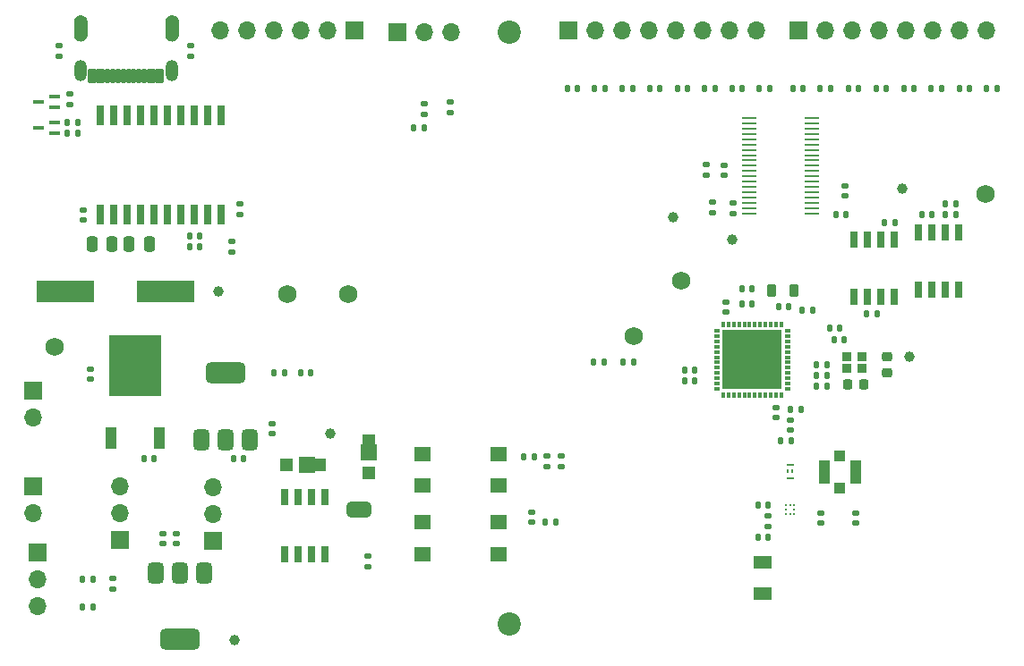
<source format=gts>
%TF.GenerationSoftware,KiCad,Pcbnew,9.0.0-rc3*%
%TF.CreationDate,2025-05-17T15:27:16+02:00*%
%TF.ProjectId,Processing_board,50726f63-6573-4736-996e-675f626f6172,rev?*%
%TF.SameCoordinates,Original*%
%TF.FileFunction,Soldermask,Top*%
%TF.FilePolarity,Negative*%
%FSLAX46Y46*%
G04 Gerber Fmt 4.6, Leading zero omitted, Abs format (unit mm)*
G04 Created by KiCad (PCBNEW 9.0.0-rc3) date 2025-05-17 15:27:16*
%MOMM*%
%LPD*%
G01*
G04 APERTURE LIST*
G04 Aperture macros list*
%AMRoundRect*
0 Rectangle with rounded corners*
0 $1 Rounding radius*
0 $2 $3 $4 $5 $6 $7 $8 $9 X,Y pos of 4 corners*
0 Add a 4 corners polygon primitive as box body*
4,1,4,$2,$3,$4,$5,$6,$7,$8,$9,$2,$3,0*
0 Add four circle primitives for the rounded corners*
1,1,$1+$1,$2,$3*
1,1,$1+$1,$4,$5*
1,1,$1+$1,$6,$7*
1,1,$1+$1,$8,$9*
0 Add four rect primitives between the rounded corners*
20,1,$1+$1,$2,$3,$4,$5,0*
20,1,$1+$1,$4,$5,$6,$7,0*
20,1,$1+$1,$6,$7,$8,$9,0*
20,1,$1+$1,$8,$9,$2,$3,0*%
%AMFreePoly0*
4,1,23,0.500000,-0.750000,0.000000,-0.750000,0.000000,-0.745722,-0.065263,-0.745722,-0.191342,-0.711940,-0.304381,-0.646677,-0.396677,-0.554381,-0.461940,-0.441342,-0.495722,-0.315263,-0.495722,-0.250000,-0.500000,-0.250000,-0.500000,0.250000,-0.495722,0.250000,-0.495722,0.315263,-0.461940,0.441342,-0.396677,0.554381,-0.304381,0.646677,-0.191342,0.711940,-0.065263,0.745722,0.000000,0.745722,
0.000000,0.750000,0.500000,0.750000,0.500000,-0.750000,0.500000,-0.750000,$1*%
%AMFreePoly1*
4,1,23,0.000000,0.745722,0.065263,0.745722,0.191342,0.711940,0.304381,0.646677,0.396677,0.554381,0.461940,0.441342,0.495722,0.315263,0.495722,0.250000,0.500000,0.250000,0.500000,-0.250000,0.495722,-0.250000,0.495722,-0.315263,0.461940,-0.441342,0.396677,-0.554381,0.304381,-0.646677,0.191342,-0.711940,0.065263,-0.745722,0.000000,-0.745722,0.000000,-0.750000,-0.500000,-0.750000,
-0.500000,0.750000,0.000000,0.750000,0.000000,0.745722,0.000000,0.745722,$1*%
G04 Aperture macros list end*
%ADD10C,0.010000*%
%ADD11RoundRect,0.140000X-0.140000X-0.170000X0.140000X-0.170000X0.140000X0.170000X-0.140000X0.170000X0*%
%ADD12R,0.650000X1.528000*%
%ADD13C,1.000000*%
%ADD14RoundRect,0.140000X0.140000X0.170000X-0.140000X0.170000X-0.140000X-0.170000X0.140000X-0.170000X0*%
%ADD15RoundRect,0.140000X0.170000X-0.140000X0.170000X0.140000X-0.170000X0.140000X-0.170000X-0.140000X0*%
%ADD16R,1.700000X1.700000*%
%ADD17O,1.700000X1.700000*%
%ADD18RoundRect,0.135000X0.135000X0.185000X-0.135000X0.185000X-0.135000X-0.185000X0.135000X-0.185000X0*%
%ADD19C,1.734000*%
%ADD20RoundRect,0.135000X0.185000X-0.135000X0.185000X0.135000X-0.185000X0.135000X-0.185000X-0.135000X0*%
%ADD21RoundRect,0.147500X-0.172500X0.147500X-0.172500X-0.147500X0.172500X-0.147500X0.172500X0.147500X0*%
%ADD22RoundRect,0.135000X-0.135000X-0.185000X0.135000X-0.185000X0.135000X0.185000X-0.135000X0.185000X0*%
%ADD23RoundRect,0.375000X-0.375000X0.625000X-0.375000X-0.625000X0.375000X-0.625000X0.375000X0.625000X0*%
%ADD24RoundRect,0.500000X-1.400000X0.500000X-1.400000X-0.500000X1.400000X-0.500000X1.400000X0.500000X0*%
%ADD25R,1.000000X0.400000*%
%ADD26RoundRect,0.225000X0.225000X0.250000X-0.225000X0.250000X-0.225000X-0.250000X0.225000X-0.250000X0*%
%ADD27R,1.404099X0.279400*%
%ADD28R,1.000000X2.100000*%
%ADD29R,4.900000X5.850000*%
%ADD30RoundRect,0.140000X-0.170000X0.140000X-0.170000X-0.140000X0.170000X-0.140000X0.170000X0.140000X0*%
%ADD31RoundRect,0.090000X0.300000X0.575000X-0.300000X0.575000X-0.300000X-0.575000X0.300000X-0.575000X0*%
%ADD32RoundRect,0.090000X0.150000X0.575000X-0.150000X0.575000X-0.150000X-0.575000X0.150000X-0.575000X0*%
%ADD33O,1.204000X2.004000*%
%ADD34R,0.300000X0.550000*%
%ADD35R,0.550000X0.300000*%
%ADD36R,5.599999X5.599999*%
%ADD37R,0.700000X0.275000*%
%ADD38R,0.245000X0.450000*%
%ADD39R,0.650000X1.525000*%
%ADD40RoundRect,0.135000X-0.185000X0.135000X-0.185000X-0.135000X0.185000X-0.135000X0.185000X0.135000X0*%
%ADD41R,1.600000X1.400000*%
%ADD42R,1.000000X1.050000*%
%ADD43R,1.050000X2.200000*%
%ADD44RoundRect,0.218750X0.218750X0.381250X-0.218750X0.381250X-0.218750X-0.381250X0.218750X-0.381250X0*%
%ADD45C,2.200000*%
%ADD46R,1.200000X1.000000*%
%ADD47R,1.200000X1.150000*%
%ADD48R,1.500000X1.550000*%
%ADD49R,0.250000X0.250000*%
%ADD50RoundRect,0.375000X0.375000X-0.625000X0.375000X0.625000X-0.375000X0.625000X-0.375000X-0.625000X0*%
%ADD51RoundRect,0.500000X1.400000X-0.500000X1.400000X0.500000X-1.400000X0.500000X-1.400000X-0.500000X0*%
%ADD52FreePoly0,0.000000*%
%ADD53FreePoly1,0.000000*%
%ADD54RoundRect,0.147500X-0.147500X-0.172500X0.147500X-0.172500X0.147500X0.172500X-0.147500X0.172500X0*%
%ADD55R,1.800000X1.150000*%
%ADD56RoundRect,0.250000X0.250000X0.475000X-0.250000X0.475000X-0.250000X-0.475000X0.250000X-0.475000X0*%
%ADD57RoundRect,0.250000X-0.250000X-0.475000X0.250000X-0.475000X0.250000X0.475000X-0.250000X0.475000X0*%
%ADD58RoundRect,0.147500X0.147500X0.172500X-0.147500X0.172500X-0.147500X-0.172500X0.147500X-0.172500X0*%
%ADD59R,0.889000X0.812800*%
%ADD60R,1.000000X1.200000*%
%ADD61R,1.150000X1.200000*%
%ADD62R,1.550000X1.500000*%
%ADD63RoundRect,0.225000X-0.250000X0.225000X-0.250000X-0.225000X0.250000X-0.225000X0.250000X0.225000X0*%
%ADD64R,5.500000X2.000000*%
%ADD65R,0.650000X1.850000*%
G04 APERTURE END LIST*
D10*
%TO.C,J11*%
X86461000Y-67378500D02*
X86493000Y-67380500D01*
X86524000Y-67384500D01*
X86555000Y-67390500D01*
X86585000Y-67397500D01*
X86615000Y-67406500D01*
X86645000Y-67417500D01*
X86674000Y-67429500D01*
X86702000Y-67442500D01*
X86730000Y-67457500D01*
X86757000Y-67474500D01*
X86783000Y-67492500D01*
X86808000Y-67511500D01*
X86831000Y-67531500D01*
X86854000Y-67553500D01*
X86876000Y-67576500D01*
X86896000Y-67599500D01*
X86915000Y-67624500D01*
X86933000Y-67650500D01*
X86950000Y-67677500D01*
X86965000Y-67705500D01*
X86978000Y-67733500D01*
X86990000Y-67762500D01*
X87001000Y-67792500D01*
X87010000Y-67822500D01*
X87017000Y-67852500D01*
X87023000Y-67883500D01*
X87027000Y-67914500D01*
X87029000Y-67946500D01*
X87030000Y-67977500D01*
X87030000Y-68577500D01*
X87030000Y-69177500D01*
X87029000Y-69208500D01*
X87027000Y-69240500D01*
X87023000Y-69271500D01*
X87017000Y-69302500D01*
X87010000Y-69332500D01*
X87001000Y-69362500D01*
X86990000Y-69392500D01*
X86978000Y-69421500D01*
X86965000Y-69449500D01*
X86950000Y-69477500D01*
X86933000Y-69504500D01*
X86915000Y-69530500D01*
X86896000Y-69555500D01*
X86876000Y-69578500D01*
X86854000Y-69601500D01*
X86831000Y-69623500D01*
X86808000Y-69643500D01*
X86783000Y-69662500D01*
X86757000Y-69680500D01*
X86730000Y-69697500D01*
X86702000Y-69712500D01*
X86674000Y-69725500D01*
X86645000Y-69737500D01*
X86615000Y-69748500D01*
X86585000Y-69757500D01*
X86555000Y-69764500D01*
X86524000Y-69770500D01*
X86493000Y-69774500D01*
X86461000Y-69776500D01*
X86430000Y-69777500D01*
X86399000Y-69776500D01*
X86367000Y-69774500D01*
X86336000Y-69770500D01*
X86305000Y-69764500D01*
X86275000Y-69757500D01*
X86245000Y-69748500D01*
X86215000Y-69737500D01*
X86186000Y-69725500D01*
X86158000Y-69712500D01*
X86130000Y-69697500D01*
X86103000Y-69680500D01*
X86077000Y-69662500D01*
X86052000Y-69643500D01*
X86029000Y-69623500D01*
X86006000Y-69601500D01*
X85984000Y-69578500D01*
X85964000Y-69555500D01*
X85945000Y-69530500D01*
X85927000Y-69504500D01*
X85910000Y-69477500D01*
X85895000Y-69449500D01*
X85882000Y-69421500D01*
X85870000Y-69392500D01*
X85859000Y-69362500D01*
X85850000Y-69332500D01*
X85843000Y-69302500D01*
X85837000Y-69271500D01*
X85833000Y-69240500D01*
X85831000Y-69208500D01*
X85830000Y-69177500D01*
X85830000Y-68577500D01*
X85830000Y-67977500D01*
X85831000Y-67946500D01*
X85833000Y-67914500D01*
X85837000Y-67883500D01*
X85843000Y-67852500D01*
X85850000Y-67822500D01*
X85859000Y-67792500D01*
X85870000Y-67762500D01*
X85882000Y-67733500D01*
X85895000Y-67705500D01*
X85910000Y-67677500D01*
X85927000Y-67650500D01*
X85945000Y-67624500D01*
X85964000Y-67599500D01*
X85984000Y-67576500D01*
X86006000Y-67553500D01*
X86029000Y-67531500D01*
X86052000Y-67511500D01*
X86077000Y-67492500D01*
X86103000Y-67474500D01*
X86130000Y-67457500D01*
X86158000Y-67442500D01*
X86186000Y-67429500D01*
X86215000Y-67417500D01*
X86245000Y-67406500D01*
X86275000Y-67397500D01*
X86305000Y-67390500D01*
X86336000Y-67384500D01*
X86367000Y-67380500D01*
X86399000Y-67378500D01*
X86430000Y-67377500D01*
X86461000Y-67378500D01*
G36*
X86461000Y-67378500D02*
G01*
X86493000Y-67380500D01*
X86524000Y-67384500D01*
X86555000Y-67390500D01*
X86585000Y-67397500D01*
X86615000Y-67406500D01*
X86645000Y-67417500D01*
X86674000Y-67429500D01*
X86702000Y-67442500D01*
X86730000Y-67457500D01*
X86757000Y-67474500D01*
X86783000Y-67492500D01*
X86808000Y-67511500D01*
X86831000Y-67531500D01*
X86854000Y-67553500D01*
X86876000Y-67576500D01*
X86896000Y-67599500D01*
X86915000Y-67624500D01*
X86933000Y-67650500D01*
X86950000Y-67677500D01*
X86965000Y-67705500D01*
X86978000Y-67733500D01*
X86990000Y-67762500D01*
X87001000Y-67792500D01*
X87010000Y-67822500D01*
X87017000Y-67852500D01*
X87023000Y-67883500D01*
X87027000Y-67914500D01*
X87029000Y-67946500D01*
X87030000Y-67977500D01*
X87030000Y-68577500D01*
X87030000Y-69177500D01*
X87029000Y-69208500D01*
X87027000Y-69240500D01*
X87023000Y-69271500D01*
X87017000Y-69302500D01*
X87010000Y-69332500D01*
X87001000Y-69362500D01*
X86990000Y-69392500D01*
X86978000Y-69421500D01*
X86965000Y-69449500D01*
X86950000Y-69477500D01*
X86933000Y-69504500D01*
X86915000Y-69530500D01*
X86896000Y-69555500D01*
X86876000Y-69578500D01*
X86854000Y-69601500D01*
X86831000Y-69623500D01*
X86808000Y-69643500D01*
X86783000Y-69662500D01*
X86757000Y-69680500D01*
X86730000Y-69697500D01*
X86702000Y-69712500D01*
X86674000Y-69725500D01*
X86645000Y-69737500D01*
X86615000Y-69748500D01*
X86585000Y-69757500D01*
X86555000Y-69764500D01*
X86524000Y-69770500D01*
X86493000Y-69774500D01*
X86461000Y-69776500D01*
X86430000Y-69777500D01*
X86399000Y-69776500D01*
X86367000Y-69774500D01*
X86336000Y-69770500D01*
X86305000Y-69764500D01*
X86275000Y-69757500D01*
X86245000Y-69748500D01*
X86215000Y-69737500D01*
X86186000Y-69725500D01*
X86158000Y-69712500D01*
X86130000Y-69697500D01*
X86103000Y-69680500D01*
X86077000Y-69662500D01*
X86052000Y-69643500D01*
X86029000Y-69623500D01*
X86006000Y-69601500D01*
X85984000Y-69578500D01*
X85964000Y-69555500D01*
X85945000Y-69530500D01*
X85927000Y-69504500D01*
X85910000Y-69477500D01*
X85895000Y-69449500D01*
X85882000Y-69421500D01*
X85870000Y-69392500D01*
X85859000Y-69362500D01*
X85850000Y-69332500D01*
X85843000Y-69302500D01*
X85837000Y-69271500D01*
X85833000Y-69240500D01*
X85831000Y-69208500D01*
X85830000Y-69177500D01*
X85830000Y-68577500D01*
X85830000Y-67977500D01*
X85831000Y-67946500D01*
X85833000Y-67914500D01*
X85837000Y-67883500D01*
X85843000Y-67852500D01*
X85850000Y-67822500D01*
X85859000Y-67792500D01*
X85870000Y-67762500D01*
X85882000Y-67733500D01*
X85895000Y-67705500D01*
X85910000Y-67677500D01*
X85927000Y-67650500D01*
X85945000Y-67624500D01*
X85964000Y-67599500D01*
X85984000Y-67576500D01*
X86006000Y-67553500D01*
X86029000Y-67531500D01*
X86052000Y-67511500D01*
X86077000Y-67492500D01*
X86103000Y-67474500D01*
X86130000Y-67457500D01*
X86158000Y-67442500D01*
X86186000Y-67429500D01*
X86215000Y-67417500D01*
X86245000Y-67406500D01*
X86275000Y-67397500D01*
X86305000Y-67390500D01*
X86336000Y-67384500D01*
X86367000Y-67380500D01*
X86399000Y-67378500D01*
X86430000Y-67377500D01*
X86461000Y-67378500D01*
G37*
X95101000Y-67378500D02*
X95133000Y-67380500D01*
X95164000Y-67384500D01*
X95195000Y-67390500D01*
X95225000Y-67397500D01*
X95255000Y-67406500D01*
X95285000Y-67417500D01*
X95314000Y-67429500D01*
X95342000Y-67442500D01*
X95370000Y-67457500D01*
X95397000Y-67474500D01*
X95423000Y-67492500D01*
X95448000Y-67511500D01*
X95471000Y-67531500D01*
X95494000Y-67553500D01*
X95516000Y-67576500D01*
X95536000Y-67599500D01*
X95555000Y-67624500D01*
X95573000Y-67650500D01*
X95590000Y-67677500D01*
X95605000Y-67705500D01*
X95618000Y-67733500D01*
X95630000Y-67762500D01*
X95641000Y-67792500D01*
X95650000Y-67822500D01*
X95657000Y-67852500D01*
X95663000Y-67883500D01*
X95667000Y-67914500D01*
X95669000Y-67946500D01*
X95670000Y-67977500D01*
X95670000Y-68577500D01*
X95670000Y-69177500D01*
X95669000Y-69208500D01*
X95667000Y-69240500D01*
X95663000Y-69271500D01*
X95657000Y-69302500D01*
X95650000Y-69332500D01*
X95641000Y-69362500D01*
X95630000Y-69392500D01*
X95618000Y-69421500D01*
X95605000Y-69449500D01*
X95590000Y-69477500D01*
X95573000Y-69504500D01*
X95555000Y-69530500D01*
X95536000Y-69555500D01*
X95516000Y-69578500D01*
X95494000Y-69601500D01*
X95471000Y-69623500D01*
X95448000Y-69643500D01*
X95423000Y-69662500D01*
X95397000Y-69680500D01*
X95370000Y-69697500D01*
X95342000Y-69712500D01*
X95314000Y-69725500D01*
X95285000Y-69737500D01*
X95255000Y-69748500D01*
X95225000Y-69757500D01*
X95195000Y-69764500D01*
X95164000Y-69770500D01*
X95133000Y-69774500D01*
X95101000Y-69776500D01*
X95070000Y-69777500D01*
X95039000Y-69776500D01*
X95007000Y-69774500D01*
X94976000Y-69770500D01*
X94945000Y-69764500D01*
X94915000Y-69757500D01*
X94885000Y-69748500D01*
X94855000Y-69737500D01*
X94826000Y-69725500D01*
X94798000Y-69712500D01*
X94770000Y-69697500D01*
X94743000Y-69680500D01*
X94717000Y-69662500D01*
X94692000Y-69643500D01*
X94669000Y-69623500D01*
X94646000Y-69601500D01*
X94624000Y-69578500D01*
X94604000Y-69555500D01*
X94585000Y-69530500D01*
X94567000Y-69504500D01*
X94550000Y-69477500D01*
X94535000Y-69449500D01*
X94522000Y-69421500D01*
X94510000Y-69392500D01*
X94499000Y-69362500D01*
X94490000Y-69332500D01*
X94483000Y-69302500D01*
X94477000Y-69271500D01*
X94473000Y-69240500D01*
X94471000Y-69208500D01*
X94470000Y-69177500D01*
X94470000Y-68577500D01*
X94470000Y-67977500D01*
X94471000Y-67946500D01*
X94473000Y-67914500D01*
X94477000Y-67883500D01*
X94483000Y-67852500D01*
X94490000Y-67822500D01*
X94499000Y-67792500D01*
X94510000Y-67762500D01*
X94522000Y-67733500D01*
X94535000Y-67705500D01*
X94550000Y-67677500D01*
X94567000Y-67650500D01*
X94585000Y-67624500D01*
X94604000Y-67599500D01*
X94624000Y-67576500D01*
X94646000Y-67553500D01*
X94669000Y-67531500D01*
X94692000Y-67511500D01*
X94717000Y-67492500D01*
X94743000Y-67474500D01*
X94770000Y-67457500D01*
X94798000Y-67442500D01*
X94826000Y-67429500D01*
X94855000Y-67417500D01*
X94885000Y-67406500D01*
X94915000Y-67397500D01*
X94945000Y-67390500D01*
X94976000Y-67384500D01*
X95007000Y-67380500D01*
X95039000Y-67378500D01*
X95070000Y-67377500D01*
X95101000Y-67378500D01*
G36*
X95101000Y-67378500D02*
G01*
X95133000Y-67380500D01*
X95164000Y-67384500D01*
X95195000Y-67390500D01*
X95225000Y-67397500D01*
X95255000Y-67406500D01*
X95285000Y-67417500D01*
X95314000Y-67429500D01*
X95342000Y-67442500D01*
X95370000Y-67457500D01*
X95397000Y-67474500D01*
X95423000Y-67492500D01*
X95448000Y-67511500D01*
X95471000Y-67531500D01*
X95494000Y-67553500D01*
X95516000Y-67576500D01*
X95536000Y-67599500D01*
X95555000Y-67624500D01*
X95573000Y-67650500D01*
X95590000Y-67677500D01*
X95605000Y-67705500D01*
X95618000Y-67733500D01*
X95630000Y-67762500D01*
X95641000Y-67792500D01*
X95650000Y-67822500D01*
X95657000Y-67852500D01*
X95663000Y-67883500D01*
X95667000Y-67914500D01*
X95669000Y-67946500D01*
X95670000Y-67977500D01*
X95670000Y-68577500D01*
X95670000Y-69177500D01*
X95669000Y-69208500D01*
X95667000Y-69240500D01*
X95663000Y-69271500D01*
X95657000Y-69302500D01*
X95650000Y-69332500D01*
X95641000Y-69362500D01*
X95630000Y-69392500D01*
X95618000Y-69421500D01*
X95605000Y-69449500D01*
X95590000Y-69477500D01*
X95573000Y-69504500D01*
X95555000Y-69530500D01*
X95536000Y-69555500D01*
X95516000Y-69578500D01*
X95494000Y-69601500D01*
X95471000Y-69623500D01*
X95448000Y-69643500D01*
X95423000Y-69662500D01*
X95397000Y-69680500D01*
X95370000Y-69697500D01*
X95342000Y-69712500D01*
X95314000Y-69725500D01*
X95285000Y-69737500D01*
X95255000Y-69748500D01*
X95225000Y-69757500D01*
X95195000Y-69764500D01*
X95164000Y-69770500D01*
X95133000Y-69774500D01*
X95101000Y-69776500D01*
X95070000Y-69777500D01*
X95039000Y-69776500D01*
X95007000Y-69774500D01*
X94976000Y-69770500D01*
X94945000Y-69764500D01*
X94915000Y-69757500D01*
X94885000Y-69748500D01*
X94855000Y-69737500D01*
X94826000Y-69725500D01*
X94798000Y-69712500D01*
X94770000Y-69697500D01*
X94743000Y-69680500D01*
X94717000Y-69662500D01*
X94692000Y-69643500D01*
X94669000Y-69623500D01*
X94646000Y-69601500D01*
X94624000Y-69578500D01*
X94604000Y-69555500D01*
X94585000Y-69530500D01*
X94567000Y-69504500D01*
X94550000Y-69477500D01*
X94535000Y-69449500D01*
X94522000Y-69421500D01*
X94510000Y-69392500D01*
X94499000Y-69362500D01*
X94490000Y-69332500D01*
X94483000Y-69302500D01*
X94477000Y-69271500D01*
X94473000Y-69240500D01*
X94471000Y-69208500D01*
X94470000Y-69177500D01*
X94470000Y-68577500D01*
X94470000Y-67977500D01*
X94471000Y-67946500D01*
X94473000Y-67914500D01*
X94477000Y-67883500D01*
X94483000Y-67852500D01*
X94490000Y-67822500D01*
X94499000Y-67792500D01*
X94510000Y-67762500D01*
X94522000Y-67733500D01*
X94535000Y-67705500D01*
X94550000Y-67677500D01*
X94567000Y-67650500D01*
X94585000Y-67624500D01*
X94604000Y-67599500D01*
X94624000Y-67576500D01*
X94646000Y-67553500D01*
X94669000Y-67531500D01*
X94692000Y-67511500D01*
X94717000Y-67492500D01*
X94743000Y-67474500D01*
X94770000Y-67457500D01*
X94798000Y-67442500D01*
X94826000Y-67429500D01*
X94855000Y-67417500D01*
X94885000Y-67406500D01*
X94915000Y-67397500D01*
X94945000Y-67390500D01*
X94976000Y-67384500D01*
X95007000Y-67380500D01*
X95039000Y-67378500D01*
X95070000Y-67377500D01*
X95101000Y-67378500D01*
G37*
%TO.C,JP1*%
G36*
X112645000Y-113451000D02*
G01*
X112945000Y-113451000D01*
X112945000Y-114951000D01*
X112645000Y-114951000D01*
X112645000Y-113451000D01*
G37*
%TD*%
D11*
%TO.C,C26*%
X135100017Y-74319503D03*
X136060017Y-74319503D03*
%TD*%
D12*
%TO.C,U2*%
X165720000Y-93352000D03*
X166990000Y-93352000D03*
X168260000Y-93352000D03*
X169530000Y-93352000D03*
X169530000Y-87930000D03*
X168260000Y-87930000D03*
X166990000Y-87930000D03*
X165720000Y-87930000D03*
%TD*%
D13*
%TO.C,TP4*%
X164200000Y-83750000D03*
%TD*%
D14*
%TO.C,C57*%
X166980000Y-86250000D03*
X166020000Y-86250000D03*
%TD*%
D15*
%TO.C,C2*%
X129150000Y-115400000D03*
X129150000Y-114440000D03*
%TD*%
D16*
%TO.C,J1*%
X132640000Y-68800000D03*
D17*
X135180000Y-68800000D03*
X137720000Y-68800000D03*
X140260000Y-68800000D03*
X142800000Y-68800000D03*
X145340000Y-68800000D03*
X147880000Y-68800000D03*
X150420000Y-68800000D03*
%TD*%
D18*
%TO.C,R8*%
X129410000Y-109150000D03*
X128390000Y-109150000D03*
%TD*%
D14*
%TO.C,C16*%
X158865017Y-86250000D03*
X157905017Y-86250000D03*
%TD*%
%TO.C,C35*%
X153654651Y-107682842D03*
X152694651Y-107682842D03*
%TD*%
D19*
%TO.C,TP1*%
X84000000Y-98750000D03*
%TD*%
D20*
%TO.C,R16*%
X84400000Y-71250000D03*
X84400000Y-70230000D03*
%TD*%
D21*
%TO.C,L2*%
X151466003Y-114810842D03*
X151466003Y-115780842D03*
%TD*%
D22*
%TO.C,R11*%
X168240000Y-86250000D03*
X169260000Y-86250000D03*
%TD*%
D11*
%TO.C,C18*%
X150675017Y-74319503D03*
X151635017Y-74319503D03*
%TD*%
D23*
%TO.C,U5*%
X98133000Y-120197500D03*
X95833000Y-120197500D03*
D24*
X95833000Y-126497500D03*
D23*
X93533000Y-120197500D03*
%TD*%
D13*
%TO.C,TP7*%
X142500000Y-86500000D03*
%TD*%
D25*
%TO.C,Q3*%
X83980000Y-78550000D03*
X83980000Y-77550000D03*
X82480000Y-78050000D03*
%TD*%
D16*
%TO.C,J4*%
X82425000Y-118275000D03*
D17*
X82425000Y-120815000D03*
X82425000Y-123355000D03*
%TD*%
D11*
%TO.C,C9*%
X162520000Y-87000000D03*
X163480000Y-87000000D03*
%TD*%
%TO.C,C25*%
X137720017Y-74319503D03*
X138680017Y-74319503D03*
%TD*%
%TO.C,C5*%
X153825017Y-74319503D03*
X154785017Y-74319503D03*
%TD*%
D14*
%TO.C,C43*%
X144530466Y-102000000D03*
X143570466Y-102000000D03*
%TD*%
D11*
%TO.C,C8*%
X159075017Y-74319503D03*
X160035017Y-74319503D03*
%TD*%
%TO.C,C34*%
X153625000Y-104698000D03*
X154585000Y-104698000D03*
%TD*%
D19*
%TO.C,TP13*%
X111750000Y-93750000D03*
%TD*%
D26*
%TO.C,C4*%
X160535000Y-102310000D03*
X158985000Y-102310000D03*
%TD*%
D11*
%TO.C,C15*%
X169575017Y-74319503D03*
X170535017Y-74319503D03*
%TD*%
D27*
%TO.C,U4*%
X155615017Y-86119501D03*
X155615017Y-85619502D03*
X155615017Y-85119503D03*
X155615017Y-84619501D03*
X155615017Y-84119502D03*
X155615017Y-83619503D03*
X155615017Y-83119502D03*
X155615017Y-82619503D03*
X155615017Y-82119501D03*
X155615017Y-81619502D03*
X155615017Y-81119503D03*
X155615017Y-80619501D03*
X155615017Y-80119502D03*
X155615017Y-79619501D03*
X155615017Y-79119502D03*
X155615017Y-78619503D03*
X155615017Y-78119501D03*
X155615017Y-77619502D03*
X155615017Y-77119501D03*
X149715121Y-77119503D03*
X149715121Y-77619502D03*
X149715121Y-78119501D03*
X149715121Y-78619503D03*
X149715121Y-79119502D03*
X149715121Y-79619503D03*
X149715121Y-80119502D03*
X149715121Y-80619501D03*
X149715121Y-81119503D03*
X149715121Y-81619502D03*
X149715121Y-82119504D03*
X149715121Y-82619503D03*
X149715121Y-83119502D03*
X149715121Y-83619503D03*
X149715121Y-84119502D03*
X149715121Y-84619501D03*
X149715121Y-85119503D03*
X149715121Y-85619502D03*
X149715121Y-86119503D03*
%TD*%
D28*
%TO.C,U7*%
X89335000Y-107395000D03*
X93895000Y-107395000D03*
D29*
X91615000Y-100595000D03*
%TD*%
D11*
%TO.C,C39*%
X150516003Y-116795842D03*
X151476003Y-116795842D03*
%TD*%
D30*
%TO.C,C29*%
X95488000Y-116467500D03*
X95488000Y-117427500D03*
%TD*%
D14*
%TO.C,C14*%
X169230000Y-85250000D03*
X168270000Y-85250000D03*
%TD*%
D31*
%TO.C,J11*%
X93950000Y-73152500D03*
X93150000Y-73152500D03*
D32*
X92000000Y-73152500D03*
X91000000Y-73152500D03*
X90500000Y-73152500D03*
X89500000Y-73152500D03*
D31*
X87550000Y-73152500D03*
X88350000Y-73152500D03*
D32*
X89000000Y-73152500D03*
X90000000Y-73152500D03*
X91500000Y-73152500D03*
X92500000Y-73152500D03*
D33*
X95070000Y-72577500D03*
X86430000Y-72577500D03*
%TD*%
D34*
%TO.C,U1*%
X152750693Y-96625000D03*
X152250567Y-96625000D03*
X151750441Y-96625000D03*
X151250315Y-96625000D03*
X150750189Y-96625000D03*
X150250063Y-96625000D03*
X149749937Y-96625000D03*
X149249811Y-96625000D03*
X148749685Y-96625000D03*
X148249559Y-96625000D03*
X147749433Y-96625000D03*
X147249307Y-96625000D03*
D35*
X146625000Y-97250000D03*
X146625000Y-97749999D03*
X146625000Y-98250001D03*
X146625000Y-98750000D03*
X146625000Y-99249999D03*
X146625000Y-99750000D03*
X146625000Y-100250000D03*
X146625000Y-100750001D03*
X146625000Y-101250000D03*
X146625000Y-101749999D03*
X146625000Y-102250001D03*
X146625000Y-102750000D03*
D34*
X147249307Y-103375000D03*
X147749433Y-103375000D03*
X148249559Y-103375000D03*
X148749685Y-103375000D03*
X149249811Y-103375000D03*
X149749937Y-103375000D03*
X150250063Y-103375000D03*
X150750189Y-103375000D03*
X151250315Y-103375000D03*
X151750441Y-103375000D03*
X152250567Y-103375000D03*
X152750693Y-103375000D03*
D35*
X153375000Y-102750000D03*
X153375000Y-102250001D03*
X153375000Y-101749999D03*
X153375000Y-101250000D03*
X153375000Y-100750001D03*
X153375000Y-100250000D03*
X153375000Y-99750000D03*
X153375000Y-99249999D03*
X153375000Y-98750000D03*
X153375000Y-98250001D03*
X153375000Y-97749999D03*
X153375000Y-97250000D03*
D36*
X150000000Y-100000000D03*
%TD*%
D16*
%TO.C,J8*%
X90200000Y-117080000D03*
D17*
X90200000Y-114540000D03*
X90200000Y-112000000D03*
%TD*%
D30*
%TO.C,C45*%
X152250000Y-104540000D03*
X152250000Y-105500000D03*
%TD*%
D37*
%TO.C,FL1*%
X153574651Y-109963842D03*
D38*
X153347651Y-110575842D03*
D37*
X153574651Y-111188842D03*
D38*
X153801651Y-110575842D03*
%TD*%
D14*
%TO.C,C38*%
X151496003Y-113795842D03*
X150536003Y-113795842D03*
%TD*%
D39*
%TO.C,Q1*%
X105750000Y-118376000D03*
X107020000Y-118376000D03*
X108290000Y-118376000D03*
X109560000Y-118376000D03*
X109560000Y-113000000D03*
X108290000Y-113000000D03*
X107020000Y-113000000D03*
X105750000Y-113000000D03*
%TD*%
D14*
%TO.C,C46*%
X158690000Y-98110000D03*
X157730000Y-98110000D03*
%TD*%
D40*
%TO.C,R17*%
X85480000Y-74780000D03*
X85480000Y-75800000D03*
%TD*%
D15*
%TO.C,C21*%
X148157617Y-86145503D03*
X148157617Y-85185503D03*
%TD*%
D14*
%TO.C,C44*%
X149980000Y-94750000D03*
X149020000Y-94750000D03*
%TD*%
D41*
%TO.C,SW1*%
X118800000Y-111900000D03*
X126000000Y-111900000D03*
X118800000Y-108900000D03*
X126000000Y-108900000D03*
%TD*%
D40*
%TO.C,R22*%
X146200000Y-85090000D03*
X146200000Y-86110000D03*
%TD*%
D11*
%TO.C,C50*%
X143590466Y-101000000D03*
X144550466Y-101000000D03*
%TD*%
D16*
%TO.C,J2*%
X154380000Y-68800000D03*
D17*
X156920000Y-68800000D03*
X159460000Y-68800000D03*
X162000000Y-68800000D03*
X164540000Y-68800000D03*
X167080000Y-68800000D03*
X169620000Y-68800000D03*
X172160000Y-68800000D03*
%TD*%
D16*
%TO.C,J5*%
X116475000Y-68975000D03*
D17*
X119015000Y-68975000D03*
X121555000Y-68975000D03*
%TD*%
D20*
%TO.C,R9*%
X131900000Y-110130000D03*
X131900000Y-109110000D03*
%TD*%
D42*
%TO.C,J10*%
X158299651Y-112150842D03*
D43*
X159774651Y-110625842D03*
D42*
X158299651Y-109100842D03*
D43*
X156824651Y-110625842D03*
%TD*%
D15*
%TO.C,C1*%
X130600000Y-110105000D03*
X130600000Y-109145000D03*
%TD*%
D11*
%TO.C,C24*%
X140270017Y-74319503D03*
X141230017Y-74319503D03*
%TD*%
D40*
%TO.C,R3*%
X119000000Y-75723338D03*
X119000000Y-76743338D03*
%TD*%
D11*
%TO.C,C10*%
X161715017Y-74319503D03*
X162675017Y-74319503D03*
%TD*%
D44*
%TO.C,L3*%
X153962500Y-93450000D03*
X151837500Y-93450000D03*
%TD*%
D14*
%TO.C,C51*%
X157050000Y-100510000D03*
X156090000Y-100510000D03*
%TD*%
%TO.C,C48*%
X157050000Y-102510000D03*
X156090000Y-102510000D03*
%TD*%
D15*
%TO.C,C12*%
X158750000Y-84480000D03*
X158750000Y-83520000D03*
%TD*%
D11*
%TO.C,C27*%
X132495000Y-74320000D03*
X133455000Y-74320000D03*
%TD*%
D40*
%TO.C,R12*%
X145665017Y-81534503D03*
X145665017Y-82554503D03*
%TD*%
D45*
%TO.C,H2*%
X127000000Y-125000000D03*
%TD*%
D46*
%TO.C,D3*%
X113695000Y-107545000D03*
D47*
X113695000Y-110719000D03*
D48*
X113695000Y-108795000D03*
%TD*%
D14*
%TO.C,C47*%
X158280000Y-97010000D03*
X157320000Y-97010000D03*
%TD*%
D40*
%TO.C,R13*%
X113645000Y-118625000D03*
X113645000Y-119645000D03*
%TD*%
D30*
%TO.C,C36*%
X156500000Y-114520000D03*
X156500000Y-115480000D03*
%TD*%
D11*
%TO.C,C22*%
X145490017Y-74319503D03*
X146450017Y-74319503D03*
%TD*%
D40*
%TO.C,R4*%
X121410688Y-75578338D03*
X121410688Y-76598338D03*
%TD*%
D25*
%TO.C,Q2*%
X83980000Y-76050000D03*
X83980000Y-75050000D03*
X82480000Y-75550000D03*
%TD*%
D18*
%TO.C,R18*%
X86250000Y-77550000D03*
X85230000Y-77550000D03*
%TD*%
D40*
%TO.C,R21*%
X101500000Y-85250000D03*
X101500000Y-86270000D03*
%TD*%
D13*
%TO.C,TP11*%
X99500000Y-93540000D03*
%TD*%
D14*
%TO.C,C32*%
X93425000Y-109350000D03*
X92465000Y-109350000D03*
%TD*%
D11*
%TO.C,C11*%
X164315017Y-74319503D03*
X165275017Y-74319503D03*
%TD*%
D14*
%TO.C,C52*%
X153460000Y-95000000D03*
X152500000Y-95000000D03*
%TD*%
D18*
%TO.C,R14*%
X105770000Y-101250000D03*
X104750000Y-101250000D03*
%TD*%
D49*
%TO.C,U8*%
X153174651Y-114575842D03*
X153574651Y-114575842D03*
X153974651Y-114575842D03*
X153974651Y-114175842D03*
X153974651Y-113775842D03*
X153574651Y-113775842D03*
X153174651Y-113775842D03*
X153174651Y-114175842D03*
%TD*%
D50*
%TO.C,U6*%
X97895000Y-107545000D03*
X100195000Y-107545000D03*
D51*
X100195000Y-101245000D03*
D50*
X102495000Y-107545000D03*
%TD*%
D11*
%TO.C,C20*%
X148070017Y-74319503D03*
X149030017Y-74319503D03*
%TD*%
D19*
%TO.C,TP5*%
X138750000Y-97750000D03*
%TD*%
D11*
%TO.C,C6*%
X160838000Y-95673000D03*
X161798000Y-95673000D03*
%TD*%
D30*
%TO.C,C40*%
X147500000Y-94520000D03*
X147500000Y-95480000D03*
%TD*%
D11*
%TO.C,C31*%
X100905000Y-109375000D03*
X101865000Y-109375000D03*
%TD*%
D30*
%TO.C,C19*%
X147318066Y-81569502D03*
X147318066Y-82529502D03*
%TD*%
D21*
%TO.C,L1*%
X153604651Y-105682842D03*
X153604651Y-106652842D03*
%TD*%
D52*
%TO.C,JP1*%
X112145000Y-114201000D03*
D53*
X113445000Y-114201000D03*
%TD*%
D11*
%TO.C,C17*%
X172175017Y-74319503D03*
X173135017Y-74319503D03*
%TD*%
D16*
%TO.C,J6*%
X82000000Y-112000000D03*
D17*
X82000000Y-114540000D03*
%TD*%
D13*
%TO.C,TP8*%
X148100000Y-88650000D03*
%TD*%
D19*
%TO.C,TP6*%
X143250000Y-92500000D03*
%TD*%
D15*
%TO.C,C30*%
X104595000Y-106980000D03*
X104595000Y-106020000D03*
%TD*%
D14*
%TO.C,C42*%
X157050000Y-101510000D03*
X156090000Y-101510000D03*
%TD*%
D16*
%TO.C,J7*%
X82000000Y-102960000D03*
D17*
X82000000Y-105500000D03*
%TD*%
D11*
%TO.C,C13*%
X166925017Y-74319503D03*
X167885017Y-74319503D03*
%TD*%
D54*
%TO.C,D5*%
X96780000Y-88300000D03*
X97750000Y-88300000D03*
%TD*%
D11*
%TO.C,C23*%
X142900017Y-74319503D03*
X143860017Y-74319503D03*
%TD*%
D13*
%TO.C,TP2*%
X164900000Y-99700000D03*
%TD*%
D54*
%TO.C,D6*%
X96780000Y-89300000D03*
X97750000Y-89300000D03*
%TD*%
D18*
%TO.C,R6*%
X119010000Y-78000000D03*
X117990000Y-78000000D03*
%TD*%
D19*
%TO.C,TP3*%
X172100000Y-84300000D03*
%TD*%
D22*
%TO.C,R2*%
X86590000Y-123400000D03*
X87610000Y-123400000D03*
%TD*%
D20*
%TO.C,R15*%
X96900000Y-71250000D03*
X96900000Y-70230000D03*
%TD*%
D22*
%TO.C,R7*%
X134980000Y-100250000D03*
X136000000Y-100250000D03*
%TD*%
D11*
%TO.C,C7*%
X156420017Y-74319503D03*
X157380017Y-74319503D03*
%TD*%
D55*
%TO.C,AE2*%
X150950000Y-119174584D03*
X150950000Y-122174584D03*
%TD*%
D22*
%TO.C,R10*%
X130380000Y-115400000D03*
X131400000Y-115400000D03*
%TD*%
D41*
%TO.C,SW2*%
X126000000Y-115400000D03*
X118800000Y-115400000D03*
X126000000Y-118400000D03*
X118800000Y-118400000D03*
%TD*%
D13*
%TO.C,TP10*%
X110100000Y-107000000D03*
%TD*%
D40*
%TO.C,R20*%
X100750000Y-88790000D03*
X100750000Y-89810000D03*
%TD*%
D12*
%TO.C,U3*%
X159608000Y-94063000D03*
X160878000Y-94063000D03*
X162148000Y-94063000D03*
X163418000Y-94063000D03*
X163418000Y-88641000D03*
X162148000Y-88641000D03*
X160878000Y-88641000D03*
X159608000Y-88641000D03*
%TD*%
D56*
%TO.C,C54*%
X92950000Y-89040000D03*
X91050000Y-89040000D03*
%TD*%
D57*
%TO.C,C53*%
X87550000Y-89040000D03*
X89450000Y-89040000D03*
%TD*%
D58*
%TO.C,D4*%
X108235000Y-101250000D03*
X107265000Y-101250000D03*
%TD*%
D40*
%TO.C,R5*%
X89500000Y-120740000D03*
X89500000Y-121760000D03*
%TD*%
D30*
%TO.C,C55*%
X86750000Y-85800000D03*
X86750000Y-86760000D03*
%TD*%
D59*
%TO.C,XTAL1*%
X160360001Y-99700501D03*
X158959999Y-99700501D03*
X158959999Y-100800499D03*
X160360001Y-100800499D03*
%TD*%
D60*
%TO.C,D2*%
X109119000Y-109951000D03*
D61*
X105945000Y-109951000D03*
D62*
X107869000Y-109951000D03*
%TD*%
D54*
%TO.C,D1*%
X137780000Y-100250000D03*
X138750000Y-100250000D03*
%TD*%
D16*
%TO.C,J9*%
X98975000Y-117125000D03*
D17*
X98975000Y-114585000D03*
X98975000Y-112045000D03*
%TD*%
D19*
%TO.C,TP12*%
X106000000Y-93750000D03*
%TD*%
D13*
%TO.C,TP9*%
X101000000Y-126550000D03*
%TD*%
D30*
%TO.C,C37*%
X159750000Y-114520000D03*
X159750000Y-115480000D03*
%TD*%
D16*
%TO.C,J3*%
X112340000Y-68800000D03*
D17*
X109800000Y-68800000D03*
X107260000Y-68800000D03*
X104720000Y-68800000D03*
X102180000Y-68800000D03*
X99640000Y-68800000D03*
%TD*%
D63*
%TO.C,C3*%
X162750000Y-99700000D03*
X162750000Y-101250000D03*
%TD*%
D14*
%TO.C,C41*%
X149960000Y-93250000D03*
X149000000Y-93250000D03*
%TD*%
D22*
%TO.C,R1*%
X86600000Y-120800000D03*
X87620000Y-120800000D03*
%TD*%
D18*
%TO.C,R19*%
X86250000Y-78550000D03*
X85230000Y-78550000D03*
%TD*%
D30*
%TO.C,C33*%
X87395000Y-100895000D03*
X87395000Y-101855000D03*
%TD*%
D45*
%TO.C,H1*%
X127000000Y-69000000D03*
%TD*%
D64*
%TO.C,XTAL2*%
X85000000Y-93540000D03*
X94500000Y-93540000D03*
%TD*%
D30*
%TO.C,C28*%
X94238000Y-116467500D03*
X94238000Y-117427500D03*
%TD*%
D14*
%TO.C,C49*%
X155680000Y-95300000D03*
X154720000Y-95300000D03*
%TD*%
D65*
%TO.C,U9*%
X88285000Y-86215000D03*
X89555000Y-86215000D03*
X90825000Y-86215000D03*
X92095000Y-86215000D03*
X93365000Y-86215000D03*
X94635000Y-86215000D03*
X95905000Y-86215000D03*
X97175000Y-86215000D03*
X98445000Y-86215000D03*
X99715000Y-86215000D03*
X99715000Y-76865000D03*
X98445000Y-76865000D03*
X97175000Y-76865000D03*
X95905000Y-76865000D03*
X94635000Y-76865000D03*
X93365000Y-76865000D03*
X92095000Y-76865000D03*
X90825000Y-76865000D03*
X89555000Y-76865000D03*
X88285000Y-76865000D03*
%TD*%
M02*

</source>
